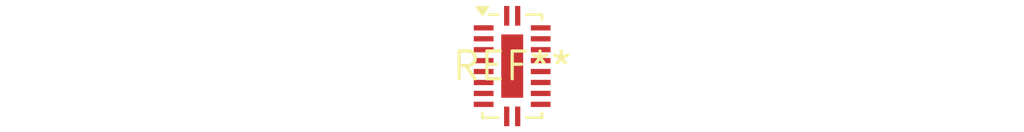
<source format=kicad_pcb>
(kicad_pcb (version 20240108) (generator pcbnew)
  (layers (0 "F.Cu" signal) (31 "B.Cu" signal) (34 "B.Paste" user) (35 "F.Paste" user) (36 "B.SilkS" user "B.Silkscreen") (37 "F.SilkS" user "F.Silkscreen") (38 "B.Mask" user) (39 "F.Mask" user) (44 "Edge.Cuts" user))
  (net 0 "")
  (footprint "WQFN-20-1EP_2.5x4.5mm_P0.5mm_EP1x2.9mm" (layer "F.Cu") (at 0 0)
    (property "Reference" "REF**")
    (property "Value" "WQFN-20-1EP_2.5x4.5mm_P0.5mm_EP1x2.9mm")
    (fp_line (start -1.36 2.36) (end -1.36 2.13) (layer "F.SilkS") (stroke (width 0.12)))
    (fp_line (start -0.63 -2.36) (end -1.06 -2.36) (layer "F.SilkS") (stroke (width 0.12)))
    (fp_line (start -0.63 2.36) (end -1.36 2.36) (layer "F.SilkS") (stroke (width 0.12)))
    (fp_line (start 0.63 -2.36) (end 1.36 -2.36) (layer "F.SilkS") (stroke (width 0.12)))
    (fp_line (start 0.63 2.36) (end 1.36 2.36) (layer "F.SilkS") (stroke (width 0.12)))
    (fp_line (start 1.36 -2.36) (end 1.36 -2.13) (layer "F.SilkS") (stroke (width 0.12)))
    (fp_line (start 1.36 2.36) (end 1.36 2.13) (layer "F.SilkS") (stroke (width 0.12)))
    (fp_poly (pts (xy -1.36 -2.36) (xy -1.6 -2.69) (xy -1.12 -2.69) (xy -1.36 -2.36)) (layer "F.SilkS") (stroke (width 0.12)) (fill solid))
    (pad "1" smd rect (at -0.25 -2.3 270) (size 0.9 0.24) (layers "F.Cu" "F.Paste" "F.Mask"))
    (pad "2" smd rect (at -1.3 -1.75) (size 0.9 0.24) (layers "F.Cu" "F.Paste" "F.Mask"))
    (pad "3" smd rect (at -1.3 -1.25) (size 0.9 0.24) (layers "F.Cu" "F.Paste" "F.Mask"))
    (pad "4" smd rect (at -1.3 -0.75) (size 0.9 0.24) (layers "F.Cu" "F.Paste" "F.Mask"))
    (pad "5" smd rect (at -1.3 -0.25) (size 0.9 0.24) (layers "F.Cu" "F.Paste" "F.Mask"))
    (pad "6" smd rect (at -1.3 0.25) (size 0.9 0.24) (layers "F.Cu" "F.Paste" "F.Mask"))
    (pad "7" smd rect (at -1.3 0.75) (size 0.9 0.24) (layers "F.Cu" "F.Paste" "F.Mask"))
    (pad "8" smd rect (at -1.3 1.25) (size 0.9 0.24) (layers "F.Cu" "F.Paste" "F.Mask"))
    (pad "9" smd rect (at -1.3 1.75) (size 0.9 0.24) (layers "F.Cu" "F.Paste" "F.Mask"))
    (pad "10" smd rect (at -0.25 2.3 270) (size 0.9 0.24) (layers "F.Cu" "F.Paste" "F.Mask"))
    (pad "11" smd rect (at 0.25 2.3 270) (size 0.9 0.24) (layers "F.Cu" "F.Paste" "F.Mask"))
    (pad "12" smd rect (at 1.3 1.75) (size 0.9 0.24) (layers "F.Cu" "F.Paste" "F.Mask"))
    (pad "13" smd rect (at 1.3 1.25) (size 0.9 0.24) (layers "F.Cu" "F.Paste" "F.Mask"))
    (pad "14" smd rect (at 1.3 0.75) (size 0.9 0.24) (layers "F.Cu" "F.Paste" "F.Mask"))
    (pad "15" smd rect (at 1.3 0.25) (size 0.9 0.24) (layers "F.Cu" "F.Paste" "F.Mask"))
    (pad "16" smd rect (at 1.3 -0.25) (size 0.9 0.24) (layers "F.Cu" "F.Paste" "F.Mask"))
    (pad "17" smd rect (at 1.3 -0.75) (size 0.9 0.24) (layers "F.Cu" "F.Paste" "F.Mask"))
    (pad "18" smd rect (at 1.3 -1.25) (size 0.9 0.24) (layers "F.Cu" "F.Paste" "F.Mask"))
    (pad "19" smd rect (at 1.3 -1.75) (size 0.9 0.24) (layers "F.Cu" "F.Paste" "F.Mask"))
    (pad "20" smd rect (at 0.25 -2.3 270) (size 0.9 0.24) (layers "F.Cu" "F.Paste" "F.Mask"))
    (pad "21" smd rect (at 0 0 270) (size 2.9 1) (layers "F.Cu" "F.Mask"))
  )
)
</source>
